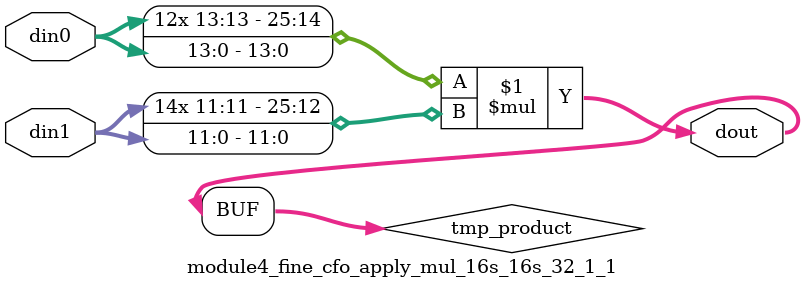
<source format=v>

`timescale 1 ns / 1 ps

 module module4_fine_cfo_apply_mul_16s_16s_32_1_1(din0, din1, dout);
parameter ID = 1;
parameter NUM_STAGE = 0;
parameter din0_WIDTH = 14;
parameter din1_WIDTH = 12;
parameter dout_WIDTH = 26;

input [din0_WIDTH - 1 : 0] din0; 
input [din1_WIDTH - 1 : 0] din1; 
output [dout_WIDTH - 1 : 0] dout;

wire signed [dout_WIDTH - 1 : 0] tmp_product;



























assign tmp_product = $signed(din0) * $signed(din1);








assign dout = tmp_product;





















endmodule

</source>
